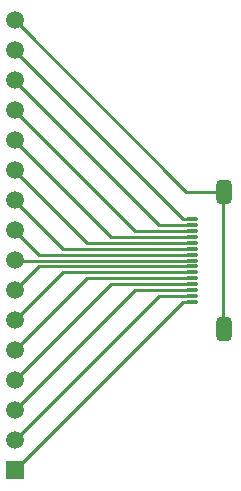
<source format=gtl>
G04*
G04 #@! TF.GenerationSoftware,Altium Limited,Altium Designer,18.0.12 (696)*
G04*
G04 Layer_Physical_Order=1*
G04 Layer_Color=255*
%FSLAX25Y25*%
%MOIN*%
G70*
G01*
G75*
G04:AMPARAMS|DCode=13|XSize=39.37mil|YSize=11.81mil|CornerRadius=2.95mil|HoleSize=0mil|Usage=FLASHONLY|Rotation=180.000|XOffset=0mil|YOffset=0mil|HoleType=Round|Shape=RoundedRectangle|*
%AMROUNDEDRECTD13*
21,1,0.03937,0.00591,0,0,180.0*
21,1,0.03347,0.01181,0,0,180.0*
1,1,0.00591,-0.01673,0.00295*
1,1,0.00591,0.01673,0.00295*
1,1,0.00591,0.01673,-0.00295*
1,1,0.00591,-0.01673,-0.00295*
%
%ADD13ROUNDEDRECTD13*%
G04:AMPARAMS|DCode=14|XSize=51.18mil|YSize=78.74mil|CornerRadius=12.8mil|HoleSize=0mil|Usage=FLASHONLY|Rotation=180.000|XOffset=0mil|YOffset=0mil|HoleType=Round|Shape=RoundedRectangle|*
%AMROUNDEDRECTD14*
21,1,0.05118,0.05315,0,0,180.0*
21,1,0.02559,0.07874,0,0,180.0*
1,1,0.02559,-0.01280,0.02657*
1,1,0.02559,0.01280,0.02657*
1,1,0.02559,0.01280,-0.02657*
1,1,0.02559,-0.01280,-0.02657*
%
%ADD14ROUNDEDRECTD14*%
%ADD19C,0.01000*%
%ADD20R,0.05906X0.05906*%
%ADD21C,0.05906*%
D13*
X179000Y166189D02*
D03*
Y168157D02*
D03*
Y170126D02*
D03*
Y172095D02*
D03*
Y174063D02*
D03*
Y176031D02*
D03*
Y178000D02*
D03*
Y179969D02*
D03*
Y181937D02*
D03*
Y183905D02*
D03*
Y185874D02*
D03*
Y187843D02*
D03*
Y189811D02*
D03*
Y191779D02*
D03*
Y193748D02*
D03*
D14*
X189630Y157134D02*
D03*
Y202803D02*
D03*
D19*
X189500Y159264D02*
Y202803D01*
Y159264D02*
X191630Y157134D01*
X177197Y202803D02*
X189500D01*
X120000Y260000D02*
X177197Y202803D01*
X176189Y193748D02*
X179000D01*
X120000Y249937D02*
X176189Y193748D01*
X168157Y191779D02*
X179000D01*
X120000Y239937D02*
X168157Y191779D01*
X160126Y189811D02*
X179000D01*
X120000Y229937D02*
X160126Y189811D01*
X152094Y187843D02*
X179000D01*
X120000Y219937D02*
X152094Y187843D01*
X144063Y185874D02*
X179000D01*
X120000Y209937D02*
X144063Y185874D01*
X136031Y183905D02*
X179000D01*
X120000Y199937D02*
X136031Y183905D01*
X128000Y181937D02*
X179000D01*
X120000Y189937D02*
X128000Y181937D01*
X120000Y170000D02*
X128000Y178000D01*
X179000D01*
X120000Y160000D02*
X136031Y176031D01*
X179000D01*
X120000Y150000D02*
X144063Y174063D01*
X179000D01*
X120000Y140000D02*
X152094Y172095D01*
X179000D01*
X120000Y130000D02*
X160126Y170126D01*
X179000D01*
X120000Y120000D02*
X168157Y168157D01*
X179000D01*
X120031Y179969D02*
X179000D01*
X120000Y110000D02*
X176189Y166189D01*
X178500D01*
X120000Y180000D02*
X120031Y179969D01*
D20*
X120000Y110000D02*
D03*
D21*
Y120000D02*
D03*
Y130000D02*
D03*
Y140000D02*
D03*
Y150000D02*
D03*
Y160000D02*
D03*
Y170000D02*
D03*
Y180000D02*
D03*
Y190000D02*
D03*
Y200000D02*
D03*
Y210000D02*
D03*
Y220000D02*
D03*
Y230000D02*
D03*
Y240000D02*
D03*
Y250000D02*
D03*
Y260000D02*
D03*
M02*

</source>
